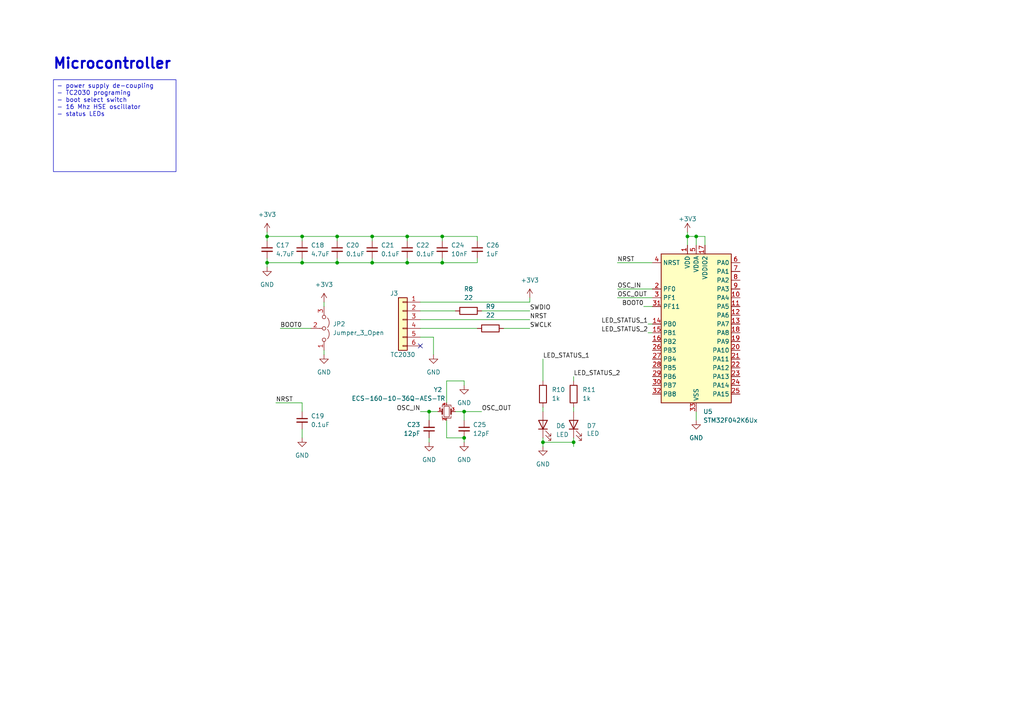
<source format=kicad_sch>
(kicad_sch (version 20250114) (generator "eeschema") (generator_version "9.0")
  (paper "A4")
  (lib_symbols
    (symbol "Connector_Generic:Conn_01x06" (pin_names (offset 1.016) (hide yes))
      (property "Reference" "J" (at 0 7.62 0))
      (property "Value" "Conn_01x06" (at 0 -10.16 0))
      (symbol "Conn_01x06_1_1"
        (rectangle (start -1.27 6.35) (end 1.27 -8.89) (stroke (width 0.254)) (fill (type background)))
        (rectangle (start -1.27 5.207) (end 0 4.953) (stroke (width 0.1524)))
        (rectangle (start -1.27 2.667) (end 0 2.413) (stroke (width 0.1524)))
        (rectangle (start -1.27 0.127) (end 0 -0.127) (stroke (width 0.1524)))
        (rectangle (start -1.27 -2.413) (end 0 -2.667) (stroke (width 0.1524)))
        (rectangle (start -1.27 -4.953) (end 0 -5.207) (stroke (width 0.1524)))
        (rectangle (start -1.27 -7.493) (end 0 -7.747) (stroke (width 0.1524)))
        (pin passive line (at -5.08 5.08 0) (length 3.81) (name "Pin_1") (number "1"))
        (pin passive line (at -5.08 2.54 0) (length 3.81) (name "Pin_2") (number "2"))
        (pin passive line (at -5.08 0 0) (length 3.81) (name "Pin_3") (number "3"))
        (pin passive line (at -5.08 -2.54 0) (length 3.81) (name "Pin_4") (number "4"))
        (pin passive line (at -5.08 -5.08 0) (length 3.81) (name "Pin_5") (number "5"))
        (pin passive line (at -5.08 -7.62 0) (length 3.81) (name "Pin_6") (number "6"))
      )
    )
    (symbol "Device:C_Small" (pin_numbers (hide yes)) (pin_names (offset 0.254) (hide yes))
      (property "Reference" "C" (at 0.254 1.778 0))
      (property "Value" "C_Small" (at 0.254 -2.032 0))
      (symbol "C_Small_0_1"
        (polyline (pts (xy -1.524 0.508) (xy 1.524 0.508)) (stroke (width 0.3048)))
        (polyline (pts (xy -1.524 -0.508) (xy 1.524 -0.508)) (stroke (width 0.3302)))
      )
      (symbol "C_Small_1_1"
        (pin passive line (at 0 2.54 270) (length 2.032) (name "~") (number "1"))
        (pin passive line (at 0 -2.54 90) (length 2.032) (name "~") (number "2"))
      )
    )
    (symbol "Device:Crystal_GND24_Small" (pin_names (offset 1.016) (hide yes))
      (property "Reference" "Y" (at 1.27 4.445 0))
      (property "Value" "Crystal_GND24_Small" (at 1.27 2.54 0))
      (symbol "Crystal_GND24_Small_0_1"
        (polyline (pts (xy -1.27 1.27) (xy -1.27 1.905) (xy 1.27 1.905) (xy 1.27 1.27)))
        (polyline (pts (xy -1.27 -0.762) (xy -1.27 0.762)) (stroke (width 0.381)))
        (polyline (pts (xy -1.27 -1.27) (xy -1.27 -1.905) (xy 1.27 -1.905) (xy 1.27 -1.27)))
        (rectangle (start -0.762 -1.524) (end 0.762 1.524))
        (polyline (pts (xy 1.27 -0.762) (xy 1.27 0.762)) (stroke (width 0.381)))
      )
      (symbol "Crystal_GND24_Small_1_1"
        (pin passive line (at -2.54 0 0) (length 1.27) (name "1") (number "1"))
        (pin passive line (at 0 2.54 270) (length 0.635) (name "4") (number "4"))
        (pin passive line (at 0 -2.54 90) (length 0.635) (name "2") (number "2"))
        (pin passive line (at 2.54 0 180) (length 1.27) (name "3") (number "3"))
      )
    )
    (symbol "Device:LED" (pin_numbers (hide yes)) (pin_names (offset 1.016) (hide yes))
      (property "Reference" "D" (at 0 2.54 0))
      (property "Value" "LED" (at 0 -2.54 0))
      (symbol "LED_0_1"
        (polyline (pts (xy -3.048 -0.762) (xy -4.572 -2.286) (xy -3.81 -2.286) (xy -4.572 -2.286) (xy -4.572 -1.524)))
        (polyline (pts (xy -1.778 -0.762) (xy -3.302 -2.286) (xy -2.54 -2.286) (xy -3.302 -2.286) (xy -3.302 -1.524)))
        (polyline (pts (xy -1.27 0) (xy 1.27 0)))
        (polyline (pts (xy -1.27 -1.27) (xy -1.27 1.27)) (stroke (width 0.254)))
        (polyline (pts (xy 1.27 -1.27) (xy 1.27 1.27) (xy -1.27 0) (xy 1.27 -1.27)) (stroke (width 0.254)))
      )
      (symbol "LED_1_1"
        (pin passive line (at -3.81 0 0) (length 2.54) (name "K") (number "1"))
        (pin passive line (at 3.81 0 180) (length 2.54) (name "A") (number "2"))
      )
    )
    (symbol "Device:R" (pin_numbers (hide yes)) (pin_names (offset 0))
      (property "Reference" "R" (at 2.032 0 90))
      (property "Value" "R" (at 0 0 90))
      (symbol "R_0_1"
        (rectangle (start -1.016 -2.54) (end 1.016 2.54) (stroke (width 0.254)))
      )
      (symbol "R_1_1"
        (pin passive line (at 0 3.81 270) (length 1.27) (name "~") (number "1"))
        (pin passive line (at 0 -3.81 90) (length 1.27) (name "~") (number "2"))
      )
    )
    (symbol "Jumper:Jumper_3_Open" (pin_names (offset 0) (hide yes))
      (property "Reference" "JP" (at -2.54 -2.54 0))
      (property "Value" "Jumper_3_Open" (at 0 2.794 0))
      (symbol "Jumper_3_Open_0_0"
        (circle (center -3.302 0) (radius 0.508))
        (circle (center 0 0) (radius 0.508))
        (circle (center 3.302 0) (radius 0.508))
      )
      (symbol "Jumper_3_Open_0_1"
        (arc (start -3.048 1.016) (mid -1.651 1.4992) (end -0.254 1.016))
        (polyline (pts (xy 0 -0.508) (xy 0 -1.27)))
        (arc (start 0.254 1.016) (mid 1.651 1.4992) (end 3.048 1.016))
      )
      (symbol "Jumper_3_Open_1_1"
        (pin passive line (at -6.35 0 0) (length 2.54) (name "A") (number "1"))
        (pin passive line (at 0 -3.81 90) (length 2.54) (name "C") (number "2"))
        (pin passive line (at 6.35 0 180) (length 2.54) (name "B") (number "3"))
      )
    )
    (symbol "MCU_ST_STM32F0:STM32F042K6Ux"
      (property "Reference" "U" (at -10.16 21.59 0))
      (property "Value" "STM32F042K6Ux" (at 5.08 21.59 0))
      (symbol "STM32F042K6Ux_0_1"
        (rectangle (start -10.16 -22.86) (end 10.16 20.32) (stroke (width 0.254)) (fill (type background)))
      )
      (symbol "STM32F042K6Ux_1_1"
        (pin input line (at -12.7 17.78 0) (length 2.54) (name "NRST") (number "4"))
        (pin input line (at -12.7 10.16 0) (length 2.54) (name "PF0") (number "2"))
        (pin input line (at -12.7 7.62 0) (length 2.54) (name "PF1") (number "3"))
        (pin bidirectional line (at -12.7 5.08 0) (length 2.54) (name "PF11") (number "31"))
        (pin bidirectional line (at -12.7 0 0) (length 2.54) (name "PB0") (number "14"))
        (pin bidirectional line (at -12.7 -2.54 0) (length 2.54) (name "PB1") (number "15"))
        (pin bidirectional line (at -12.7 -5.08 0) (length 2.54) (name "PB2") (number "16"))
        (pin bidirectional line (at -12.7 -7.62 0) (length 2.54) (name "PB3") (number "26"))
        (pin bidirectional line (at -12.7 -10.16 0) (length 2.54) (name "PB4") (number "27"))
        (pin bidirectional line (at -12.7 -12.7 0) (length 2.54) (name "PB5") (number "28"))
        (pin bidirectional line (at -12.7 -15.24 0) (length 2.54) (name "PB6") (number "29"))
        (pin bidirectional line (at -12.7 -17.78 0) (length 2.54) (name "PB7") (number "30"))
        (pin bidirectional line (at -12.7 -20.32 0) (length 2.54) (name "PB8") (number "32"))
        (pin power_in line (at -2.54 22.86 270) (length 2.54) (name "VDD") (number "1"))
        (pin power_in line (at 0 22.86 270) (length 2.54) (name "VDDA") (number "5"))
        (pin power_in line (at 0 -25.4 90) (length 2.54) (name "VSS") (number "33"))
        (pin power_in line (at 2.54 22.86 270) (length 2.54) (name "VDDIO2") (number "17"))
        (pin bidirectional line (at 12.7 17.78 180) (length 2.54) (name "PA0") (number "6"))
        (pin bidirectional line (at 12.7 15.24 180) (length 2.54) (name "PA1") (number "7"))
        (pin bidirectional line (at 12.7 12.7 180) (length 2.54) (name "PA2") (number "8"))
        (pin bidirectional line (at 12.7 10.16 180) (length 2.54) (name "PA3") (number "9"))
        (pin bidirectional line (at 12.7 7.62 180) (length 2.54) (name "PA4") (number "10"))
        (pin bidirectional line (at 12.7 5.08 180) (length 2.54) (name "PA5") (number "11"))
        (pin bidirectional line (at 12.7 2.54 180) (length 2.54) (name "PA6") (number "12"))
        (pin bidirectional line (at 12.7 0 180) (length 2.54) (name "PA7") (number "13"))
        (pin bidirectional line (at 12.7 -2.54 180) (length 2.54) (name "PA8") (number "18"))
        (pin bidirectional line (at 12.7 -5.08 180) (length 2.54) (name "PA9") (number "19"))
        (pin bidirectional line (at 12.7 -7.62 180) (length 2.54) (name "PA10") (number "20"))
        (pin bidirectional line (at 12.7 -10.16 180) (length 2.54) (name "PA11") (number "21"))
        (pin bidirectional line (at 12.7 -12.7 180) (length 2.54) (name "PA12") (number "22"))
        (pin bidirectional line (at 12.7 -15.24 180) (length 2.54) (name "PA13") (number "23"))
        (pin bidirectional line (at 12.7 -17.78 180) (length 2.54) (name "PA14") (number "24"))
        (pin bidirectional line (at 12.7 -20.32 180) (length 2.54) (name "PA15") (number "25"))
      )
    )
    (symbol "power:+3.3V" (power) (pin_names (offset 0))
      (property "Value" "+3.3V" (at 0 3.556 0))
      (symbol "+3.3V_0_1"
        (polyline (pts (xy -0.762 1.27) (xy 0 2.54)))
        (polyline (pts (xy 0 2.54) (xy 0.762 1.27)))
        (polyline (pts (xy 0 0) (xy 0 2.54)))
      )
      (symbol "+3.3V_1_1"
        (pin power_in line (at 0 0 90) (length 0) (hide yes) (name "+3V3") (number "1"))
      )
    )
    (symbol "power:GND" (power) (pin_names (offset 0))
      (property "Value" "GND" (at 0 -3.81 0))
      (symbol "GND_0_1"
        (polyline (pts (xy 0 0) (xy 0 -1.27) (xy 1.27 -1.27) (xy 0 -2.54) (xy -1.27 -1.27) (xy 0 -1.27)))
      )
      (symbol "GND_1_1"
        (pin power_in line (at 0 0 270) (length 0) (hide yes) (name "GND") (number "1"))
      )
    )
  )
  (text "Microcontroller" (at 15.24 20.32 0) (effects (font (size 3 3) (bold yes)) (justify left bottom)))
  (text_box "- power supply de-coupling\n- TC2030 programing\n- boot select switch\n- 16 Mhz HSE oscillator\n- status LEDs" (at 15.494 23.114 0) (size 35.56 26.67) (margins 0.9525 0.9525 0.9525 0.9525) (effects (font (size 1.27 1.27)) (justify left top)))
  (junction (at 118.11 68.58))
  (junction (at 166.37 128.27))
  (junction (at 128.27 76.2))
  (junction (at 199.39 68.58))
  (junction (at 107.95 76.2))
  (junction (at 118.11 76.2))
  (junction (at 124.46 119.38))
  (junction (at 87.63 68.58))
  (junction (at 134.62 127))
  (junction (at 128.27 68.58))
  (junction (at 77.47 76.2))
  (junction (at 77.47 68.58))
  (junction (at 87.63 76.2))
  (junction (at 97.79 68.58))
  (junction (at 107.95 68.58))
  (junction (at 157.48 128.27))
  (junction (at 97.79 76.2))
  (junction (at 201.93 68.58))
  (junction (at 134.62 119.38))
  (no_connect (at 121.92 100.33))
  (wire (pts (xy 128.27 76.2) (xy 128.27 74.93)))
  (wire (pts (xy 201.93 68.58) (xy 199.39 68.58)))
  (wire (pts (xy 93.98 87.63) (xy 93.98 88.9)))
  (wire (pts (xy 166.37 118.11) (xy 166.37 119.38)))
  (wire (pts (xy 128.27 76.2) (xy 138.43 76.2)))
  (wire (pts (xy 132.08 119.38) (xy 134.62 119.38)))
  (wire (pts (xy 128.27 68.58) (xy 138.43 68.58)))
  (wire (pts (xy 107.95 74.93) (xy 107.95 76.2)))
  (wire (pts (xy 134.62 127) (xy 129.54 127)))
  (wire (pts (xy 87.63 68.58) (xy 97.79 68.58)))
  (wire (pts (xy 125.73 102.87) (xy 125.73 97.79)))
  (wire (pts (xy 121.92 119.38) (xy 124.46 119.38)))
  (wire (pts (xy 97.79 68.58) (xy 107.95 68.58)))
  (wire (pts (xy 93.98 101.6) (xy 93.98 102.87)))
  (wire (pts (xy 201.93 119.38) (xy 201.93 121.92)))
  (wire (pts (xy 77.47 76.2) (xy 77.47 77.47)))
  (wire (pts (xy 204.47 68.58) (xy 201.93 68.58)))
  (wire (pts (xy 97.79 76.2) (xy 107.95 76.2)))
  (wire (pts (xy 81.28 95.25) (xy 90.17 95.25)))
  (wire (pts (xy 107.95 76.2) (xy 118.11 76.2)))
  (wire (pts (xy 157.48 128.27) (xy 166.37 128.27)))
  (wire (pts (xy 77.47 74.93) (xy 77.47 76.2)))
  (wire (pts (xy 199.39 67.31) (xy 199.39 68.58)))
  (wire (pts (xy 199.39 68.58) (xy 199.39 71.12)))
  (wire (pts (xy 77.47 68.58) (xy 87.63 68.58)))
  (wire (pts (xy 107.95 68.58) (xy 107.95 69.85)))
  (wire (pts (xy 87.63 124.46) (xy 87.63 127)))
  (wire (pts (xy 124.46 119.38) (xy 127 119.38)))
  (wire (pts (xy 157.48 118.11) (xy 157.48 119.38)))
  (wire (pts (xy 139.7 90.17) (xy 153.67 90.17)))
  (wire (pts (xy 129.54 121.92) (xy 129.54 127)))
  (wire (pts (xy 121.92 92.71) (xy 153.67 92.71)))
  (wire (pts (xy 97.79 68.58) (xy 97.79 69.85)))
  (wire (pts (xy 153.67 87.63) (xy 153.67 86.36)))
  (wire (pts (xy 138.43 68.58) (xy 138.43 69.85)))
  (wire (pts (xy 121.92 90.17) (xy 132.08 90.17)))
  (wire (pts (xy 187.96 93.98) (xy 189.23 93.98)))
  (wire (pts (xy 87.63 74.93) (xy 87.63 76.2)))
  (wire (pts (xy 121.92 87.63) (xy 153.67 87.63)))
  (wire (pts (xy 166.37 109.22) (xy 166.37 110.49)))
  (wire (pts (xy 118.11 68.58) (xy 118.11 69.85)))
  (wire (pts (xy 179.07 76.2) (xy 189.23 76.2)))
  (wire (pts (xy 189.23 88.9) (xy 186.69 88.9)))
  (wire (pts (xy 204.47 71.12) (xy 204.47 68.58)))
  (wire (pts (xy 97.79 74.93) (xy 97.79 76.2)))
  (wire (pts (xy 87.63 68.58) (xy 87.63 69.85)))
  (wire (pts (xy 77.47 76.2) (xy 87.63 76.2)))
  (wire (pts (xy 124.46 121.92) (xy 124.46 119.38)))
  (wire (pts (xy 157.48 104.14) (xy 157.48 110.49)))
  (wire (pts (xy 134.62 127) (xy 134.62 128.27)))
  (wire (pts (xy 77.47 68.58) (xy 77.47 69.85)))
  (wire (pts (xy 179.07 83.82) (xy 189.23 83.82)))
  (wire (pts (xy 121.92 95.25) (xy 138.43 95.25)))
  (wire (pts (xy 118.11 74.93) (xy 118.11 76.2)))
  (wire (pts (xy 107.95 68.58) (xy 118.11 68.58)))
  (wire (pts (xy 118.11 76.2) (xy 128.27 76.2)))
  (wire (pts (xy 157.48 127) (xy 157.48 128.27)))
  (wire (pts (xy 129.54 110.49) (xy 129.54 116.84)))
  (wire (pts (xy 87.63 76.2) (xy 97.79 76.2)))
  (wire (pts (xy 128.27 69.85) (xy 128.27 68.58)))
  (wire (pts (xy 166.37 128.27) (xy 166.37 129.54)))
  (wire (pts (xy 166.37 127) (xy 166.37 128.27)))
  (wire (pts (xy 157.48 128.27) (xy 157.48 129.54)))
  (wire (pts (xy 201.93 71.12) (xy 201.93 68.58)))
  (wire (pts (xy 138.43 74.93) (xy 138.43 76.2)))
  (wire (pts (xy 134.62 119.38) (xy 134.62 121.92)))
  (wire (pts (xy 87.63 116.84) (xy 87.63 119.38)))
  (wire (pts (xy 80.01 116.84) (xy 87.63 116.84)))
  (wire (pts (xy 125.73 97.79) (xy 121.92 97.79)))
  (wire (pts (xy 146.05 95.25) (xy 153.67 95.25)))
  (wire (pts (xy 134.62 110.49) (xy 129.54 110.49)))
  (wire (pts (xy 118.11 68.58) (xy 128.27 68.58)))
  (wire (pts (xy 134.62 119.38) (xy 139.7 119.38)))
  (wire (pts (xy 134.62 111.76) (xy 134.62 110.49)))
  (wire (pts (xy 124.46 127) (xy 124.46 128.27)))
  (wire (pts (xy 179.07 86.36) (xy 189.23 86.36)))
  (wire (pts (xy 77.47 67.31) (xy 77.47 68.58)))
  (wire (pts (xy 187.96 96.52) (xy 189.23 96.52)))
  (label "LED_STATUS_2" (at 166.37 109.22 0))
  (label "OSC_IN" (at 121.92 119.38 180))
  (label "LED_STATUS_1" (at 157.48 104.14 0))
  (label "OSC_OUT" (at 179.07 86.36 0))
  (label "NRST" (at 153.67 92.71 0))
  (label "NRST" (at 80.01 116.84 0))
  (label "SWDIO" (at 153.67 90.17 0))
  (label "BOOT0" (at 81.28 95.25 0))
  (label "LED_STATUS_2" (at 187.96 96.52 180))
  (label "OSC_IN" (at 179.07 83.82 0))
  (label "LED_STATUS_1" (at 187.96 93.98 180))
  (label "SWCLK" (at 153.67 95.25 0))
  (label "BOOT0" (at 186.69 88.9 180))
  (label "NRST" (at 179.07 76.2 0))
  (label "OSC_OUT" (at 139.7 119.38 0))
  (symbol (lib_id "power:+3.3V") (at 153.67 86.36 0) (unit 1)
    (property "Reference" "#PWR045" (effects (hide yes)))
    (property "Value" "+3V3" (at 153.67 81.28 0))
  )
  (symbol (lib_id "power:GND") (at 124.46 128.27 0) (unit 1)
    (property "Reference" "#PWR041" (effects (hide yes)))
    (property "Value" "GND" (at 124.46 133.35 0))
  )
  (symbol (lib_id "power:+3.3V") (at 199.39 67.31 0) (unit 1)
    (property "Reference" "#PWR047" (effects (hide yes)))
    (property "Value" "+3V3" (at 199.39 63.5 0))
  )
  (symbol (lib_id "Device:C_Small") (at 138.43 72.39 0) (unit 1)
    (property "Reference" "C26" (at 140.97 71.1262 0) (effects (justify left)))
    (property "Value" "1uF" (at 140.97 73.6662 0) (effects (justify left)))
    (property "Footprint" "Capacitor_SMD:C_0603_1608Metric" (effects (hide yes)))
  )
  (symbol (lib_id "Device:R") (at 142.24 95.25 90) (unit 1)
    (property "Reference" "R9" (at 142.24 88.9 90))
    (property "Value" "22" (at 142.24 91.44 90))
    (property "Footprint" "Resistor_SMD:R_0603_1608Metric" (effects (hide yes)))
  )
  (symbol (lib_id "power:+3.3V") (at 93.98 87.63 0) (unit 1)
    (property "Reference" "#PWR039" (effects (hide yes)))
    (property "Value" "+3V3" (at 93.98 82.55 0))
  )
  (symbol (lib_id "power:GND") (at 134.62 128.27 0) (unit 1)
    (property "Reference" "#PWR044" (effects (hide yes)))
    (property "Value" "GND" (at 134.62 133.35 0))
  )
  (symbol (lib_id "Device:LED") (at 166.37 123.19 90) (unit 1)
    (property "Reference" "D7" (at 170.18 123.5074 90) (effects (justify right)))
    (property "Value" "LED" (at 170.18 125.73 90) (effects (justify right)))
    (property "Footprint" "LED_SMD:LED_0603_1608Metric" (effects (hide yes)))
  )
  (symbol (lib_id "Device:C_Small") (at 134.62 124.46 0) (unit 1)
    (property "Reference" "C25" (at 137.16 123.1962 0) (effects (justify left)))
    (property "Value" "12pF" (at 137.16 125.7362 0) (effects (justify left)))
    (property "Footprint" "Capacitor_SMD:C_0603_1608Metric" (effects (hide yes)))
  )
  (symbol (lib_id "Device:Crystal_GND24_Small") (at 129.54 119.38 0) (unit 1)
    (property "Reference" "Y2" (at 127 113.03 0))
    (property "Value" "ECS-160-10-36Q-AES-TR" (at 115.57 115.57 0))
    (property "Footprint" "Crystal:Crystal_SMD_2520-4Pin_2.5x2.0mm" (effects (hide yes)))
  )
  (symbol (lib_id "power:GND") (at 87.63 127 0) (unit 1)
    (property "Reference" "#PWR038" (effects (hide yes)))
    (property "Value" "GND" (at 87.63 132.08 0))
  )
  (symbol (lib_id "MCU_ST_STM32F0:STM32F042K6Ux") (at 201.93 93.98 0) (unit 1)
    (property "Reference" "U5" (at 203.9494 119.38 0) (effects (justify left)))
    (property "Value" "STM32F042K6Ux" (at 203.9494 121.92 0) (effects (justify left)))
    (property "Footprint" "Package_DFN_QFN:QFN-32-1EP_5x5mm_P0.5mm_EP3.45x3.45mm" (effects (hide yes)))
    (property "Datasheet" "http://www.st.com/st-web-ui/static/active/en/resource/technical/document/datasheet/DM00105814.pdf" (effects (hide yes)))
  )
  (symbol (lib_id "Device:C_Small") (at 128.27 72.39 0) (unit 1)
    (property "Reference" "C24" (at 130.81 71.1262 0) (effects (justify left)))
    (property "Value" "10nF" (at 130.81 73.6662 0) (effects (justify left)))
    (property "Footprint" "Capacitor_SMD:C_0603_1608Metric" (effects (hide yes)))
  )
  (symbol (lib_id "Device:C_Small") (at 97.79 72.39 0) (unit 1)
    (property "Reference" "C20" (at 100.33 71.1262 0) (effects (justify left)))
    (property "Value" "0.1uF" (at 100.33 73.6662 0) (effects (justify left)))
    (property "Footprint" "Capacitor_SMD:C_0603_1608Metric" (effects (hide yes)))
  )
  (symbol (lib_id "Device:R") (at 135.89 90.17 90) (unit 1)
    (property "Reference" "R8" (at 135.89 83.82 90))
    (property "Value" "22" (at 135.89 86.36 90))
    (property "Footprint" "Resistor_SMD:R_0603_1608Metric" (effects (hide yes)))
  )
  (symbol (lib_id "Device:C_Small") (at 124.46 124.46 0) (mirror x) (unit 1)
    (property "Reference" "C23" (at 121.92 123.1835 0) (effects (justify right)))
    (property "Value" "12pF" (at 121.92 125.7235 0) (effects (justify right)))
    (property "Footprint" "Capacitor_SMD:C_0603_1608Metric" (effects (hide yes)))
  )
  (symbol (lib_id "power:GND") (at 201.93 121.92 0) (unit 1)
    (property "Reference" "#PWR048" (effects (hide yes)))
    (property "Value" "GND" (at 201.93 127 0))
  )
  (symbol (lib_id "power:GND") (at 77.47 77.47 0) (unit 1)
    (property "Reference" "#PWR037" (effects (hide yes)))
    (property "Value" "GND" (at 77.47 82.55 0))
  )
  (symbol (lib_id "power:GND") (at 157.48 129.54 0) (unit 1)
    (property "Reference" "#PWR046" (effects (hide yes)))
    (property "Value" "GND" (at 157.48 134.62 0))
  )
  (symbol (lib_id "Jumper:Jumper_3_Open") (at 93.98 95.25 270) (mirror x) (unit 1)
    (property "Reference" "JP2" (at 96.52 93.9799 90) (effects (justify left)))
    (property "Value" "Jumper_3_Open" (at 96.52 96.5199 90) (effects (justify left)))
    (property "Footprint" "Jumper:SolderJumper-3_P1.3mm_Open_RoundedPad1.0x1.5mm" (effects (hide yes)))
  )
  (symbol (lib_id "Device:R") (at 157.48 114.3 0) (unit 1)
    (property "Reference" "R10" (at 160.02 113.0299 0) (effects (justify left)))
    (property "Value" "1k" (at 160.02 115.5699 0) (effects (justify left)))
    (property "Footprint" "Resistor_SMD:R_0603_1608Metric" (effects (hide yes)))
  )
  (symbol (lib_id "power:GND") (at 125.73 102.87 0) (unit 1)
    (property "Reference" "#PWR042" (effects (hide yes)))
    (property "Value" "GND" (at 125.73 107.95 0))
  )
  (symbol (lib_id "Device:C_Small") (at 77.47 72.39 0) (unit 1)
    (property "Reference" "C17" (at 80.01 71.1262 0) (effects (justify left)))
    (property "Value" "4.7uF" (at 80.01 73.6662 0) (effects (justify left)))
    (property "Footprint" "Capacitor_SMD:C_0603_1608Metric" (effects (hide yes)))
  )
  (symbol (lib_id "power:GND") (at 93.98 102.87 0) (unit 1)
    (property "Reference" "#PWR040" (effects (hide yes)))
    (property "Value" "GND" (at 93.98 107.95 0))
  )
  (symbol (lib_id "Device:R") (at 166.37 114.3 0) (unit 1)
    (property "Reference" "R11" (at 168.91 113.0299 0) (effects (justify left)))
    (property "Value" "1k" (at 168.91 115.5699 0) (effects (justify left)))
    (property "Footprint" "Resistor_SMD:R_0603_1608Metric" (effects (hide yes)))
  )
  (symbol (lib_id "Device:LED") (at 157.48 123.19 90) (unit 1)
    (property "Reference" "D6" (at 161.29 123.5074 90) (effects (justify right)))
    (property "Value" "LED" (at 161.29 126.0474 90) (effects (justify right)))
    (property "Footprint" "LED_SMD:LED_0603_1608Metric" (effects (hide yes)))
  )
  (symbol (lib_id "Device:C_Small") (at 87.63 121.92 0) (unit 1)
    (property "Reference" "C19" (at 90.17 120.6562 0) (effects (justify left)))
    (property "Value" "0.1uF" (at 90.17 123.1962 0) (effects (justify left)))
    (property "Footprint" "Capacitor_SMD:C_0603_1608Metric" (effects (hide yes)))
  )
  (symbol (lib_id "Device:C_Small") (at 87.63 72.39 0) (unit 1)
    (property "Reference" "C18" (at 90.17 71.1262 0) (effects (justify left)))
    (property "Value" "4.7uF" (at 90.17 73.6662 0) (effects (justify left)))
    (property "Footprint" "Capacitor_SMD:C_0603_1608Metric" (effects (hide yes)))
  )
  (symbol (lib_id "Connector_Generic:Conn_01x06") (at 116.84 92.71 0) (mirror y) (unit 1)
    (property "Reference" "J3" (at 114.3 85.09 0))
    (property "Value" "TC2030" (at 116.84 102.87 0))
    (property "Footprint" "Connector:Tag-Connect_TC2030-IDC-NL_2x03_P1.27mm_Vertical" (effects (hide yes)))
  )
  (symbol (lib_id "power:GND") (at 134.62 111.76 0) (unit 1)
    (property "Reference" "#PWR043" (effects (hide yes)))
    (property "Value" "GND" (at 134.62 116.84 0))
  )
  (symbol (lib_id "Device:C_Small") (at 107.95 72.39 0) (unit 1)
    (property "Reference" "C21" (at 110.49 71.1262 0) (effects (justify left)))
    (property "Value" "0.1uF" (at 110.49 73.6662 0) (effects (justify left)))
    (property "Footprint" "Capacitor_SMD:C_0603_1608Metric" (effects (hide yes)))
  )
  (symbol (lib_id "Device:C_Small") (at 118.11 72.39 0) (unit 1)
    (property "Reference" "C22" (at 120.65 71.1262 0) (effects (justify left)))
    (property "Value" "0.1uF" (at 120.65 73.6662 0) (effects (justify left)))
    (property "Footprint" "Capacitor_SMD:C_0603_1608Metric" (effects (hide yes)))
  )
  (symbol (lib_id "power:+3.3V") (at 77.47 67.31 0) (unit 1)
    (property "Reference" "#PWR036" (effects (hide yes)))
    (property "Value" "+3V3" (at 77.47 62.23 0))
  )
)
</source>
